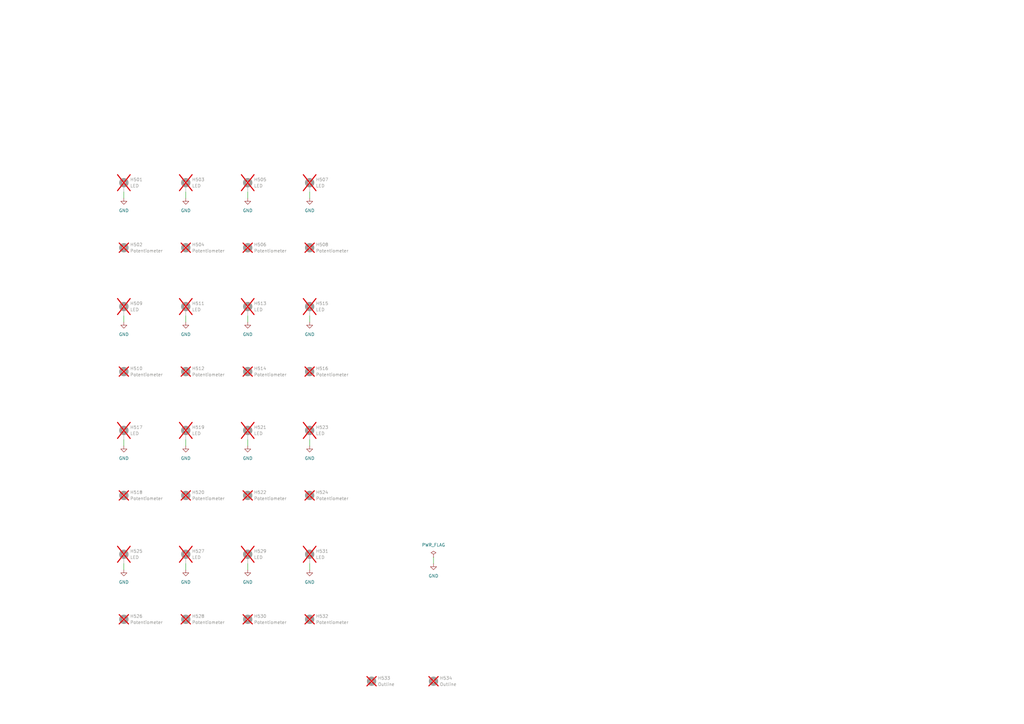
<source format=kicad_sch>
(kicad_sch (version 20231120) (generator "eeschema") (generator_version "8.0")
  (paper "A3")
  (lib_symbols
    (symbol "Mechanical:MountingHole" (pin_names (offset 1.016)) (exclude_from_sim yes) (in_bom no)
      (property "Reference" "H" (at 0 5.08 0))
      (property "Value" "MountingHole" (at 0 3.175 0))
      (symbol "MountingHole_0_1"
        (circle (center 0 0) (radius 1.27) (stroke (width 1.27)))
      )
    )
    (symbol "Mechanical:MountingHole_Pad" (pin_numbers hide) (pin_names (offset 1.016) hide)
      (property "Reference" "H" (at 0 6.35 0))
      (property "Value" "MountingHole_Pad" (at 0 4.445 0))
      (symbol "MountingHole_Pad_0_1"
        (circle (center 0 1.27) (radius 1.27) (stroke (width 1.27)))
      )
      (symbol "MountingHole_Pad_1_1"
        (pin input line (at 0 -2.54 90) (length 2.54) (name "1") (number "1"))
      )
    )
    (symbol "power:GND" (power) (pin_names (offset 0))
      (property "Value" "GND" (at 0 -3.81 0))
      (symbol "GND_0_1"
        (polyline (pts (xy 0 0) (xy 0 -1.27) (xy 1.27 -1.27) (xy 0 -2.54) (xy -1.27 -1.27) (xy 0 -1.27)))
      )
      (symbol "GND_1_1"
        (pin power_in line (at 0 0 270) (length 0) hide (name "GND") (number "1"))
      )
    )
    (symbol "power:PWR_FLAG" (power) (pin_numbers hide) (pin_names (offset 0) hide)
      (property "Value" "PWR_FLAG" (at 0 3.81 0))
      (symbol "PWR_FLAG_0_0"
        (pin power_out line (at 0 0 90) (length 0) (name "pwr") (number "1"))
      )
      (symbol "PWR_FLAG_0_1"
        (polyline (pts (xy 0 0) (xy 0 1.27) (xy -1.016 1.905) (xy 0 2.54) (xy 1.016 1.905) (xy 0 1.27)))
      )
    )
  )
  (wire (pts (xy 50.8 231.14) (xy 50.8 233.68)))
  (wire (pts (xy 76.2 78.74) (xy 76.2 81.28)))
  (wire (pts (xy 101.6 129.54) (xy 101.6 132.08)))
  (wire (pts (xy 76.2 231.14) (xy 76.2 233.68)))
  (wire (pts (xy 76.2 180.34) (xy 76.2 182.88)))
  (wire (pts (xy 127 180.34) (xy 127 182.88)))
  (wire (pts (xy 177.8 228.6) (xy 177.8 231.14)))
  (wire (pts (xy 76.2 129.54) (xy 76.2 132.08)))
  (wire (pts (xy 50.8 78.74) (xy 50.8 81.28)))
  (wire (pts (xy 101.6 180.34) (xy 101.6 182.88)))
  (wire (pts (xy 50.8 180.34) (xy 50.8 182.88)))
  (wire (pts (xy 127 78.74) (xy 127 81.28)))
  (wire (pts (xy 127 231.14) (xy 127 233.68)))
  (wire (pts (xy 50.8 129.54) (xy 50.8 132.08)))
  (wire (pts (xy 101.6 231.14) (xy 101.6 233.68)))
  (wire (pts (xy 127 129.54) (xy 127 132.08)))
  (wire (pts (xy 101.6 78.74) (xy 101.6 81.28)))
  (symbol (lib_id "Mechanical:MountingHole_Pad") (at 76.2 127 0) (unit 1) (dnp yes)
    (property "Reference" "H511" (at 78.74 124.4599 0) (effects (justify left)))
    (property "Value" "LED" (at 78.74 126.9999 0) (effects (justify left)))
    (property "Footprint" "suku_basics:FP_LED_TIGHT" (effects (hide yes)))
    (property "Description" "Mounting Hole with connection" (effects (hide yes)))
  )
  (symbol (lib_id "Mechanical:MountingHole_Pad") (at 76.2 177.8 0) (unit 1) (dnp yes)
    (property "Reference" "H519" (at 78.74 175.2599 0) (effects (justify left)))
    (property "Value" "LED" (at 78.74 177.7999 0) (effects (justify left)))
    (property "Footprint" "suku_basics:FP_LED_TIGHT" (effects (hide yes)))
    (property "Description" "Mounting Hole with connection" (effects (hide yes)))
  )
  (symbol (lib_id "Mechanical:MountingHole") (at 50.8 203.2 0) (unit 1) (exclude_from_sim yes) (in_bom no) (dnp yes)
    (property "Reference" "H518" (at 53.34 201.9299 0) (effects (justify left)))
    (property "Value" "Potentiometer" (at 53.34 204.4699 0) (effects (justify left)))
    (property "Footprint" "suku_basics:FP_POTENTIOMETER" (effects (hide yes)))
    (property "Description" "Mounting Hole without connection" (effects (hide yes)))
  )
  (symbol (lib_id "Mechanical:MountingHole") (at 101.6 203.2 0) (unit 1) (exclude_from_sim yes) (in_bom no) (dnp yes)
    (property "Reference" "H522" (at 104.14 201.9299 0) (effects (justify left)))
    (property "Value" "Potentiometer" (at 104.14 204.4699 0) (effects (justify left)))
    (property "Footprint" "suku_basics:FP_POTENTIOMETER" (effects (hide yes)))
    (property "Description" "Mounting Hole without connection" (effects (hide yes)))
  )
  (symbol (lib_id "Mechanical:MountingHole_Pad") (at 50.8 228.6 0) (unit 1) (dnp yes)
    (property "Reference" "H525" (at 53.34 226.0599 0) (effects (justify left)))
    (property "Value" "LED" (at 53.34 228.5999 0) (effects (justify left)))
    (property "Footprint" "suku_basics:FP_LED_TIGHT" (effects (hide yes)))
    (property "Description" "Mounting Hole with connection" (effects (hide yes)))
  )
  (symbol (lib_id "power:GND") (at 101.6 132.08 0) (unit 1)
    (property "Reference" "#PWR0507" (effects (hide yes)))
    (property "Value" "GND" (at 101.6 137.16 0))
    (property "Description" "Power symbol creates a global label with name \"GND\" , ground" (effects (hide yes)))
  )
  (symbol (lib_id "power:PWR_FLAG") (at 177.8 228.6 0) (unit 1)
    (property "Reference" "#FLG0501" (effects (hide yes)))
    (property "Value" "PWR_FLAG" (at 177.8 223.52 0))
    (property "Description" "Special symbol for telling ERC where power comes from" (effects (hide yes)))
  )
  (symbol (lib_id "power:GND") (at 177.8 231.14 0) (unit 1)
    (property "Reference" "#PWR0517" (effects (hide yes)))
    (property "Value" "GND" (at 177.8 236.22 0))
    (property "Description" "Power symbol creates a global label with name \"GND\" , ground" (effects (hide yes)))
  )
  (symbol (lib_id "Mechanical:MountingHole") (at 127 203.2 0) (unit 1) (exclude_from_sim yes) (in_bom no) (dnp yes)
    (property "Reference" "H524" (at 129.54 201.9299 0) (effects (justify left)))
    (property "Value" "Potentiometer" (at 129.54 204.4699 0) (effects (justify left)))
    (property "Footprint" "suku_basics:FP_POTENTIOMETER" (effects (hide yes)))
    (property "Description" "Mounting Hole without connection" (effects (hide yes)))
  )
  (symbol (lib_id "power:GND") (at 127 233.68 0) (unit 1)
    (property "Reference" "#PWR0516" (effects (hide yes)))
    (property "Value" "GND" (at 127 238.76 0))
    (property "Description" "Power symbol creates a global label with name \"GND\" , ground" (effects (hide yes)))
  )
  (symbol (lib_id "Mechanical:MountingHole") (at 50.8 152.4 0) (unit 1) (exclude_from_sim yes) (in_bom no) (dnp yes)
    (property "Reference" "H510" (at 53.34 151.1299 0) (effects (justify left)))
    (property "Value" "Potentiometer" (at 53.34 153.6699 0) (effects (justify left)))
    (property "Footprint" "suku_basics:FP_POTENTIOMETER" (effects (hide yes)))
    (property "Description" "Mounting Hole without connection" (effects (hide yes)))
  )
  (symbol (lib_id "Mechanical:MountingHole") (at 127 101.6 0) (unit 1) (exclude_from_sim yes) (in_bom no) (dnp yes)
    (property "Reference" "H508" (at 129.54 100.3299 0) (effects (justify left)))
    (property "Value" "Potentiometer" (at 129.54 102.8699 0) (effects (justify left)))
    (property "Footprint" "suku_basics:FP_POTENTIOMETER" (effects (hide yes)))
    (property "Description" "Mounting Hole without connection" (effects (hide yes)))
  )
  (symbol (lib_id "Mechanical:MountingHole_Pad") (at 127 228.6 0) (unit 1) (dnp yes)
    (property "Reference" "H531" (at 129.54 226.0599 0) (effects (justify left)))
    (property "Value" "LED" (at 129.54 228.5999 0) (effects (justify left)))
    (property "Footprint" "suku_basics:FP_LED_TIGHT" (effects (hide yes)))
    (property "Description" "Mounting Hole with connection" (effects (hide yes)))
  )
  (symbol (lib_id "Mechanical:MountingHole_Pad") (at 101.6 177.8 0) (unit 1) (dnp yes)
    (property "Reference" "H521" (at 104.14 175.2599 0) (effects (justify left)))
    (property "Value" "LED" (at 104.14 177.7999 0) (effects (justify left)))
    (property "Footprint" "suku_basics:FP_LED_TIGHT" (effects (hide yes)))
    (property "Description" "Mounting Hole with connection" (effects (hide yes)))
  )
  (symbol (lib_id "Mechanical:MountingHole_Pad") (at 76.2 228.6 0) (unit 1) (dnp yes)
    (property "Reference" "H527" (at 78.74 226.0599 0) (effects (justify left)))
    (property "Value" "LED" (at 78.74 228.5999 0) (effects (justify left)))
    (property "Footprint" "suku_basics:FP_LED_TIGHT" (effects (hide yes)))
    (property "Description" "Mounting Hole with connection" (effects (hide yes)))
  )
  (symbol (lib_id "power:GND") (at 101.6 233.68 0) (unit 1)
    (property "Reference" "#PWR0515" (effects (hide yes)))
    (property "Value" "GND" (at 101.6 238.76 0))
    (property "Description" "Power symbol creates a global label with name \"GND\" , ground" (effects (hide yes)))
  )
  (symbol (lib_id "Mechanical:MountingHole_Pad") (at 50.8 127 0) (unit 1) (dnp yes)
    (property "Reference" "H509" (at 53.34 124.4599 0) (effects (justify left)))
    (property "Value" "LED" (at 53.34 126.9999 0) (effects (justify left)))
    (property "Footprint" "suku_basics:FP_LED_TIGHT" (effects (hide yes)))
    (property "Description" "Mounting Hole with connection" (effects (hide yes)))
  )
  (symbol (lib_id "power:GND") (at 50.8 233.68 0) (unit 1)
    (property "Reference" "#PWR0513" (effects (hide yes)))
    (property "Value" "GND" (at 50.8 238.76 0))
    (property "Description" "Power symbol creates a global label with name \"GND\" , ground" (effects (hide yes)))
  )
  (symbol (lib_id "Mechanical:MountingHole_Pad") (at 127 127 0) (unit 1) (dnp yes)
    (property "Reference" "H515" (at 129.54 124.4599 0) (effects (justify left)))
    (property "Value" "LED" (at 129.54 126.9999 0) (effects (justify left)))
    (property "Footprint" "suku_basics:FP_LED_TIGHT" (effects (hide yes)))
    (property "Description" "Mounting Hole with connection" (effects (hide yes)))
  )
  (symbol (lib_id "Mechanical:MountingHole") (at 152.4 279.4 0) (unit 1) (exclude_from_sim yes) (in_bom no) (dnp yes)
    (property "Reference" "H533" (at 154.94 278.1299 0) (effects (justify left)))
    (property "Value" "Outline" (at 154.94 280.6699 0) (effects (justify left)))
    (property "Footprint" "suku_basics:FP_OUTLINE_2" (effects (hide yes)))
    (property "Description" "Mounting Hole without connection" (effects (hide yes)))
  )
  (symbol (lib_id "Mechanical:MountingHole_Pad") (at 101.6 127 0) (unit 1) (dnp yes)
    (property "Reference" "H513" (at 104.14 124.4599 0) (effects (justify left)))
    (property "Value" "LED" (at 104.14 126.9999 0) (effects (justify left)))
    (property "Footprint" "suku_basics:FP_LED_TIGHT" (effects (hide yes)))
    (property "Description" "Mounting Hole with connection" (effects (hide yes)))
  )
  (symbol (lib_id "power:GND") (at 101.6 182.88 0) (unit 1)
    (property "Reference" "#PWR0511" (effects (hide yes)))
    (property "Value" "GND" (at 101.6 187.96 0))
    (property "Description" "Power symbol creates a global label with name \"GND\" , ground" (effects (hide yes)))
  )
  (symbol (lib_id "Mechanical:MountingHole") (at 50.8 101.6 0) (unit 1) (exclude_from_sim yes) (in_bom no) (dnp yes)
    (property "Reference" "H502" (at 53.34 100.3299 0) (effects (justify left)))
    (property "Value" "Potentiometer" (at 53.34 102.8699 0) (effects (justify left)))
    (property "Footprint" "suku_basics:FP_POTENTIOMETER" (effects (hide yes)))
    (property "Description" "Mounting Hole without connection" (effects (hide yes)))
  )
  (symbol (lib_id "power:GND") (at 127 81.28 0) (unit 1)
    (property "Reference" "#PWR0504" (effects (hide yes)))
    (property "Value" "GND" (at 127 86.36 0))
    (property "Description" "Power symbol creates a global label with name \"GND\" , ground" (effects (hide yes)))
  )
  (symbol (lib_id "Mechanical:MountingHole") (at 76.2 101.6 0) (unit 1) (exclude_from_sim yes) (in_bom no) (dnp yes)
    (property "Reference" "H504" (at 78.74 100.3299 0) (effects (justify left)))
    (property "Value" "Potentiometer" (at 78.74 102.8699 0) (effects (justify left)))
    (property "Footprint" "suku_basics:FP_POTENTIOMETER" (effects (hide yes)))
    (property "Description" "Mounting Hole without connection" (effects (hide yes)))
  )
  (symbol (lib_id "Mechanical:MountingHole") (at 101.6 101.6 0) (unit 1) (exclude_from_sim yes) (in_bom no) (dnp yes)
    (property "Reference" "H506" (at 104.14 100.3299 0) (effects (justify left)))
    (property "Value" "Potentiometer" (at 104.14 102.8699 0) (effects (justify left)))
    (property "Footprint" "suku_basics:FP_POTENTIOMETER" (effects (hide yes)))
    (property "Description" "Mounting Hole without connection" (effects (hide yes)))
  )
  (symbol (lib_id "Mechanical:MountingHole") (at 127 254 0) (unit 1) (exclude_from_sim yes) (in_bom no) (dnp yes)
    (property "Reference" "H532" (at 129.54 252.7299 0) (effects (justify left)))
    (property "Value" "Potentiometer" (at 129.54 255.2699 0) (effects (justify left)))
    (property "Footprint" "suku_basics:FP_POTENTIOMETER" (effects (hide yes)))
    (property "Description" "Mounting Hole without connection" (effects (hide yes)))
  )
  (symbol (lib_id "Mechanical:MountingHole") (at 76.2 254 0) (unit 1) (exclude_from_sim yes) (in_bom no) (dnp yes)
    (property "Reference" "H528" (at 78.74 252.7299 0) (effects (justify left)))
    (property "Value" "Potentiometer" (at 78.74 255.2699 0) (effects (justify left)))
    (property "Footprint" "suku_basics:FP_POTENTIOMETER" (effects (hide yes)))
    (property "Description" "Mounting Hole without connection" (effects (hide yes)))
  )
  (symbol (lib_id "power:GND") (at 76.2 132.08 0) (unit 1)
    (property "Reference" "#PWR0506" (effects (hide yes)))
    (property "Value" "GND" (at 76.2 137.16 0))
    (property "Description" "Power symbol creates a global label with name \"GND\" , ground" (effects (hide yes)))
  )
  (symbol (lib_id "Mechanical:MountingHole") (at 101.6 152.4 0) (unit 1) (exclude_from_sim yes) (in_bom no) (dnp yes)
    (property "Reference" "H514" (at 104.14 151.1299 0) (effects (justify left)))
    (property "Value" "Potentiometer" (at 104.14 153.6699 0) (effects (justify left)))
    (property "Footprint" "suku_basics:FP_POTENTIOMETER" (effects (hide yes)))
    (property "Description" "Mounting Hole without connection" (effects (hide yes)))
  )
  (symbol (lib_id "power:GND") (at 127 182.88 0) (unit 1)
    (property "Reference" "#PWR0512" (effects (hide yes)))
    (property "Value" "GND" (at 127 187.96 0))
    (property "Description" "Power symbol creates a global label with name \"GND\" , ground" (effects (hide yes)))
  )
  (symbol (lib_id "Mechanical:MountingHole") (at 101.6 254 0) (unit 1) (exclude_from_sim yes) (in_bom no) (dnp yes)
    (property "Reference" "H530" (at 104.14 252.7299 0) (effects (justify left)))
    (property "Value" "Potentiometer" (at 104.14 255.2699 0) (effects (justify left)))
    (property "Footprint" "suku_basics:FP_POTENTIOMETER" (effects (hide yes)))
    (property "Description" "Mounting Hole without connection" (effects (hide yes)))
  )
  (symbol (lib_id "power:GND") (at 50.8 182.88 0) (unit 1)
    (property "Reference" "#PWR0509" (effects (hide yes)))
    (property "Value" "GND" (at 50.8 187.96 0))
    (property "Description" "Power symbol creates a global label with name \"GND\" , ground" (effects (hide yes)))
  )
  (symbol (lib_id "Mechanical:MountingHole") (at 127 152.4 0) (unit 1) (exclude_from_sim yes) (in_bom no) (dnp yes)
    (property "Reference" "H516" (at 129.54 151.1299 0) (effects (justify left)))
    (property "Value" "Potentiometer" (at 129.54 153.6699 0) (effects (justify left)))
    (property "Footprint" "suku_basics:FP_POTENTIOMETER" (effects (hide yes)))
    (property "Description" "Mounting Hole without connection" (effects (hide yes)))
  )
  (symbol (lib_id "Mechanical:MountingHole_Pad") (at 127 177.8 0) (unit 1) (dnp yes)
    (property "Reference" "H523" (at 129.54 175.2599 0) (effects (justify left)))
    (property "Value" "LED" (at 129.54 177.7999 0) (effects (justify left)))
    (property "Footprint" "suku_basics:FP_LED_TIGHT" (effects (hide yes)))
    (property "Description" "Mounting Hole with connection" (effects (hide yes)))
  )
  (symbol (lib_id "power:GND") (at 76.2 233.68 0) (unit 1)
    (property "Reference" "#PWR0514" (effects (hide yes)))
    (property "Value" "GND" (at 76.2 238.76 0))
    (property "Description" "Power symbol creates a global label with name \"GND\" , ground" (effects (hide yes)))
  )
  (symbol (lib_id "power:GND") (at 127 132.08 0) (unit 1)
    (property "Reference" "#PWR0508" (effects (hide yes)))
    (property "Value" "GND" (at 127 137.16 0))
    (property "Description" "Power symbol creates a global label with name \"GND\" , ground" (effects (hide yes)))
  )
  (symbol (lib_id "Mechanical:MountingHole_Pad") (at 101.6 76.2 0) (unit 1) (dnp yes)
    (property "Reference" "H505" (at 104.14 73.6599 0) (effects (justify left)))
    (property "Value" "LED" (at 104.14 76.1999 0) (effects (justify left)))
    (property "Footprint" "suku_basics:FP_LED_TIGHT" (effects (hide yes)))
    (property "Description" "Mounting Hole with connection" (effects (hide yes)))
  )
  (symbol (lib_id "power:GND") (at 101.6 81.28 0) (unit 1)
    (property "Reference" "#PWR0503" (effects (hide yes)))
    (property "Value" "GND" (at 101.6 86.36 0))
    (property "Description" "Power symbol creates a global label with name \"GND\" , ground" (effects (hide yes)))
  )
  (symbol (lib_id "Mechanical:MountingHole_Pad") (at 127 76.2 0) (unit 1) (dnp yes)
    (property "Reference" "H507" (at 129.54 73.6599 0) (effects (justify left)))
    (property "Value" "LED" (at 129.54 76.1999 0) (effects (justify left)))
    (property "Footprint" "suku_basics:FP_LED_TIGHT" (effects (hide yes)))
    (property "Description" "Mounting Hole with connection" (effects (hide yes)))
  )
  (symbol (lib_id "power:GND") (at 76.2 81.28 0) (unit 1)
    (property "Reference" "#PWR0502" (effects (hide yes)))
    (property "Value" "GND" (at 76.2 86.36 0))
    (property "Description" "Power symbol creates a global label with name \"GND\" , ground" (effects (hide yes)))
  )
  (symbol (lib_id "Mechanical:MountingHole_Pad") (at 76.2 76.2 0) (unit 1) (dnp yes)
    (property "Reference" "H503" (at 78.74 73.6599 0) (effects (justify left)))
    (property "Value" "LED" (at 78.74 76.1999 0) (effects (justify left)))
    (property "Footprint" "suku_basics:FP_LED_TIGHT" (effects (hide yes)))
    (property "Description" "Mounting Hole with connection" (effects (hide yes)))
  )
  (symbol (lib_id "Mechanical:MountingHole_Pad") (at 101.6 228.6 0) (unit 1) (dnp yes)
    (property "Reference" "H529" (at 104.14 226.0599 0) (effects (justify left)))
    (property "Value" "LED" (at 104.14 228.5999 0) (effects (justify left)))
    (property "Footprint" "suku_basics:FP_LED_TIGHT" (effects (hide yes)))
    (property "Description" "Mounting Hole with connection" (effects (hide yes)))
  )
  (symbol (lib_id "power:GND") (at 50.8 132.08 0) (unit 1)
    (property "Reference" "#PWR0505" (effects (hide yes)))
    (property "Value" "GND" (at 50.8 137.16 0))
    (property "Description" "Power symbol creates a global label with name \"GND\" , ground" (effects (hide yes)))
  )
  (symbol (lib_id "power:GND") (at 76.2 182.88 0) (unit 1)
    (property "Reference" "#PWR0510" (effects (hide yes)))
    (property "Value" "GND" (at 76.2 187.96 0))
    (property "Description" "Power symbol creates a global label with name \"GND\" , ground" (effects (hide yes)))
  )
  (symbol (lib_id "Mechanical:MountingHole") (at 50.8 254 0) (unit 1) (exclude_from_sim yes) (in_bom no) (dnp yes)
    (property "Reference" "H526" (at 53.34 252.7299 0) (effects (justify left)))
    (property "Value" "Potentiometer" (at 53.34 255.2699 0) (effects (justify left)))
    (property "Footprint" "suku_basics:FP_POTENTIOMETER" (effects (hide yes)))
    (property "Description" "Mounting Hole without connection" (effects (hide yes)))
  )
  (symbol (lib_id "power:GND") (at 50.8 81.28 0) (unit 1)
    (property "Reference" "#PWR0501" (effects (hide yes)))
    (property "Value" "GND" (at 50.8 86.36 0))
    (property "Description" "Power symbol creates a global label with name \"GND\" , ground" (effects (hide yes)))
  )
  (symbol (lib_id "Mechanical:MountingHole_Pad") (at 50.8 76.2 0) (unit 1) (dnp yes)
    (property "Reference" "H501" (at 53.34 73.6599 0) (effects (justify left)))
    (property "Value" "LED" (at 53.34 76.1999 0) (effects (justify left)))
    (property "Footprint" "suku_basics:FP_LED_TIGHT" (effects (hide yes)))
    (property "Description" "Mounting Hole with connection" (effects (hide yes)))
  )
  (symbol (lib_id "Mechanical:MountingHole") (at 76.2 152.4 0) (unit 1) (exclude_from_sim yes) (in_bom no) (dnp yes)
    (property "Reference" "H512" (at 78.74 151.1299 0) (effects (justify left)))
    (property "Value" "Potentiometer" (at 78.74 153.6699 0) (effects (justify left)))
    (property "Footprint" "suku_basics:FP_POTENTIOMETER" (effects (hide yes)))
    (property "Description" "Mounting Hole without connection" (effects (hide yes)))
  )
  (symbol (lib_id "Mechanical:MountingHole_Pad") (at 50.8 177.8 0) (unit 1) (dnp yes)
    (property "Reference" "H517" (at 53.34 175.2599 0) (effects (justify left)))
    (property "Value" "LED" (at 53.34 177.7999 0) (effects (justify left)))
    (property "Footprint" "suku_basics:FP_LED_TIGHT" (effects (hide yes)))
    (property "Description" "Mounting Hole with connection" (effects (hide yes)))
  )
  (symbol (lib_id "Mechanical:MountingHole") (at 177.8 279.4 0) (unit 1) (exclude_from_sim yes) (in_bom no) (dnp yes)
    (property "Reference" "H534" (at 180.34 278.1299 0) (effects (justify left)))
    (property "Value" "Outline" (at 180.34 280.6699 0) (effects (justify left)))
    (property "Footprint" "suku_basics:OSHWA" (effects (hide yes)))
    (property "Description" "Mounting Hole without connection" (effects (hide yes)))
  )
  (symbol (lib_id "Mechanical:MountingHole") (at 76.2 203.2 0) (unit 1) (exclude_from_sim yes) (in_bom no) (dnp yes)
    (property "Reference" "H520" (at 78.74 201.9299 0) (effects (justify left)))
    (property "Value" "Potentiometer" (at 78.74 204.4699 0) (effects (justify left)))
    (property "Footprint" "suku_basics:FP_POTENTIOMETER" (effects (hide yes)))
    (property "Description" "Mounting Hole without connection" (effects (hide yes)))
  )
)
</source>
